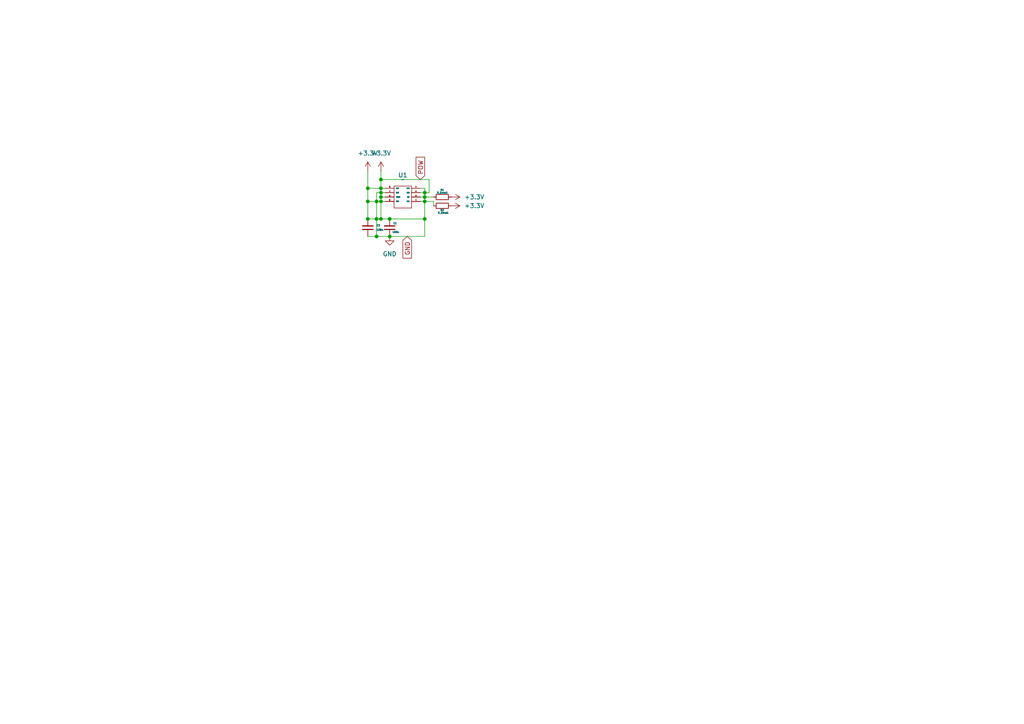
<source format=kicad_sch>
(kicad_sch (version 20231120) (generator "eeschema") (generator_version "8.0")
  (paper "A4")
  (lib_symbols
    (symbol "1st_Lib:BMP280"
      (property "Reference" "U" (at 0 0 0))
      (symbol "BMP280_0_1"
        (rectangle (start -2.54 3.175) (end 2.54 -3.18))
      )
      (symbol "BMP280_1_1"
        (pin power_in line (at 5.08 2.54 180) (length 2.54) (name "GND") (number "1"))
        (pin input line (at 5.08 1.27 180) (length 2.54) (name "CSB") (number "2"))
        (pin bidirectional line (at 5.08 0 180) (length 2.54) (name "SDI") (number "3"))
        (pin input line (at 5.08 -1.27 180) (length 2.54) (name "SCK") (number "4"))
        (pin bidirectional line (at -5.08 -1.27 0) (length 2.54) (name "SDO") (number "5"))
        (pin power_in line (at -5.08 0 0) (length 2.54) (name "VDDIO") (number "6"))
        (pin power_in line (at -5.08 1.27 0) (length 2.54) (name "GND") (number "7"))
        (pin power_in line (at -5.08 2.54 0) (length 2.54) (name "VDD") (number "8"))
      )
    )
    (symbol "Device:C_Small" (pin_numbers hide) (pin_names (offset 0.254) hide)
      (property "Reference" "C" (at 0.254 1.778 0))
      (property "Value" "C_Small" (at 0.254 -2.032 0))
      (symbol "C_Small_0_1"
        (polyline (pts (xy -1.524 -0.508) (xy 1.524 -0.508)) (stroke (width 0.3302)))
        (polyline (pts (xy -1.524 0.508) (xy 1.524 0.508)) (stroke (width 0.3048)))
      )
      (symbol "C_Small_1_1"
        (pin passive line (at 0 2.54 270) (length 2.032) (name "~") (number "1"))
        (pin passive line (at 0 -2.54 90) (length 2.032) (name "~") (number "2"))
      )
    )
    (symbol "Device:R_Small" (pin_numbers hide) (pin_names (offset 0.254) hide)
      (property "Reference" "R" (at 0.762 0.508 0))
      (property "Value" "R_Small" (at 0.762 -1.016 0))
      (symbol "R_Small_0_1"
        (rectangle (start -0.762 1.778) (end 0.762 -1.778) (stroke (width 0.2032)))
      )
      (symbol "R_Small_1_1"
        (pin passive line (at 0 2.54 270) (length 0.762) (name "~") (number "1"))
        (pin passive line (at 0 -2.54 90) (length 0.762) (name "~") (number "2"))
      )
    )
    (symbol "power:+3.3V" (power) (pin_numbers hide) (pin_names (offset 0) hide)
      (property "Value" "+3.3V" (at 0 3.556 0))
      (symbol "+3.3V_0_1"
        (polyline (pts (xy -0.762 1.27) (xy 0 2.54)))
        (polyline (pts (xy 0 0) (xy 0 2.54)))
        (polyline (pts (xy 0 2.54) (xy 0.762 1.27)))
      )
      (symbol "+3.3V_1_1"
        (pin power_in line (at 0 0 90) (length 0) (name "~") (number "1"))
      )
    )
    (symbol "power:GND" (power) (pin_numbers hide) (pin_names (offset 0) hide)
      (property "Value" "GND" (at 0 -3.81 0))
      (symbol "GND_0_1"
        (polyline (pts (xy 0 0) (xy 0 -1.27) (xy 1.27 -1.27) (xy 0 -2.54) (xy -1.27 -1.27) (xy 0 -1.27)))
      )
      (symbol "GND_1_1"
        (pin power_in line (at 0 0 270) (length 0) (name "~") (number "1"))
      )
    )
  )
  (junction (at 110.49 63.5))
  (junction (at 110.49 54.61))
  (junction (at 123.19 55.88))
  (junction (at 123.19 58.42))
  (junction (at 123.19 63.5))
  (junction (at 110.49 57.15))
  (junction (at 110.49 55.88))
  (junction (at 113.03 68.58))
  (junction (at 106.68 63.5))
  (junction (at 109.22 68.58))
  (junction (at 123.19 57.15))
  (junction (at 109.22 63.5))
  (junction (at 110.49 52.07))
  (junction (at 106.68 54.61))
  (junction (at 113.03 63.5))
  (junction (at 106.68 58.42))
  (junction (at 110.49 58.42))
  (junction (at 109.22 58.42))
  (wire (pts (xy 123.19 55.88) (xy 123.19 57.15)))
  (wire (pts (xy 110.49 55.88) (xy 110.49 54.61)))
  (wire (pts (xy 111.76 57.15) (xy 110.49 57.15)))
  (wire (pts (xy 123.19 55.88) (xy 124.46 55.88)))
  (wire (pts (xy 106.68 54.61) (xy 110.49 54.61)))
  (wire (pts (xy 123.19 58.42) (xy 123.19 63.5)))
  (wire (pts (xy 111.76 58.42) (xy 110.49 58.42)))
  (wire (pts (xy 110.49 55.88) (xy 109.22 55.88)))
  (wire (pts (xy 109.22 68.58) (xy 113.03 68.58)))
  (wire (pts (xy 106.68 68.58) (xy 109.22 68.58)))
  (wire (pts (xy 113.03 68.58) (xy 123.19 68.58)))
  (wire (pts (xy 124.46 55.88) (xy 124.46 52.07)))
  (wire (pts (xy 121.92 58.42) (xy 123.19 58.42)))
  (wire (pts (xy 109.22 55.88) (xy 109.22 58.42)))
  (wire (pts (xy 110.49 57.15) (xy 110.49 55.88)))
  (wire (pts (xy 110.49 52.07) (xy 124.46 52.07)))
  (wire (pts (xy 109.22 63.5) (xy 109.22 68.58)))
  (wire (pts (xy 109.22 58.42) (xy 110.49 58.42)))
  (wire (pts (xy 123.19 54.61) (xy 123.19 55.88)))
  (wire (pts (xy 110.49 49.53) (xy 110.49 52.07)))
  (wire (pts (xy 109.22 63.5) (xy 106.68 63.5)))
  (wire (pts (xy 110.49 58.42) (xy 110.49 57.15)))
  (wire (pts (xy 123.19 58.42) (xy 125.73 58.42)))
  (wire (pts (xy 106.68 58.42) (xy 106.68 54.61)))
  (wire (pts (xy 123.19 57.15) (xy 123.19 58.42)))
  (wire (pts (xy 110.49 52.07) (xy 110.49 54.61)))
  (wire (pts (xy 110.49 63.5) (xy 109.22 63.5)))
  (wire (pts (xy 123.19 68.58) (xy 123.19 63.5)))
  (wire (pts (xy 109.22 58.42) (xy 109.22 63.5)))
  (wire (pts (xy 125.73 58.42) (xy 125.73 59.69)))
  (wire (pts (xy 106.68 49.53) (xy 106.68 54.61)))
  (wire (pts (xy 123.19 57.15) (xy 121.92 57.15)))
  (wire (pts (xy 121.92 55.88) (xy 123.19 55.88)))
  (wire (pts (xy 111.76 55.88) (xy 110.49 55.88)))
  (wire (pts (xy 106.68 58.42) (xy 106.68 63.5)))
  (wire (pts (xy 109.22 58.42) (xy 106.68 58.42)))
  (wire (pts (xy 123.19 57.15) (xy 125.73 57.15)))
  (wire (pts (xy 110.49 58.42) (xy 110.49 63.5)))
  (wire (pts (xy 113.03 63.5) (xy 110.49 63.5)))
  (wire (pts (xy 113.03 63.5) (xy 123.19 63.5)))
  (wire (pts (xy 121.92 54.61) (xy 123.19 54.61)))
  (wire (pts (xy 110.49 54.61) (xy 111.76 54.61)))
  (global_label "GND" (shape input) (at 118.11 68.58 270) (property "Intersheetrefs" "${INTERSHEET_REFS}" (effects (hide yes))))
  (global_label "POW" (shape input) (at 121.92 52.07 90) (property "Intersheetrefs" "${INTERSHEET_REFS}" (effects (hide yes))))
  (symbol (lib_id "power:GND") (at 113.03 68.58 0) (unit 1)
    (property "Reference" "#PWR01" (effects (hide yes)))
    (property "Value" "GND" (at 113.03 73.66 0))
    (property "Description" "Power symbol creates a global label with name \"GND\" , ground" (effects (hide yes)))
  )
  (symbol (lib_id "power:+3.3V") (at 130.81 59.69 270) (unit 1)
    (property "Reference" "#PWR05" (effects (hide yes)))
    (property "Value" "+3.3V" (at 134.62 59.6899 90) (effects (justify left)))
    (property "Description" "Power symbol creates a global label with name \"+3.3V\"" (effects (hide yes)))
  )
  (symbol (lib_id "Device:R_Small") (at 128.27 59.69 90) (unit 1)
    (property "Reference" "R2" (at 128.27 60.96 90) (effects (font (size 0.508 0.508))))
    (property "Value" "R_Small" (at 128.524 61.722 90) (effects (font (size 0.508 0.508))))
    (property "Footprint" "Resistor_THT:R_Axial_DIN0207_L6.3mm_D2.5mm_P7.62mm_Horizontal" (effects (hide yes)))
    (property "Description" "Resistor, small symbol" (effects (hide yes)))
  )
  (symbol (lib_id "1st_Lib:BMP280") (at 116.84 57.15 0) (unit 1)
    (property "Reference" "U1" (at 116.84 50.8 0))
    (property "Value" "~" (at 116.84 52.07 0))
    (property "Footprint" "BMTFootprint:BMT_Module" (effects (hide yes)))
  )
  (symbol (lib_id "Device:C_Small") (at 106.68 66.04 180) (unit 1)
    (property "Reference" "C2" (at 109.22 65.3986 0) (effects (font (size 0.508 0.508)) (justify right)))
    (property "Value" "100n" (at 109.22 66.6686 0) (effects (font (size 0.508 0.508)) (justify right)))
    (property "Footprint" "Capacitor_THT:C_Disc_D4.7mm_W2.5mm_P5.00mm" (effects (hide yes)))
    (property "Description" "Unpolarized capacitor, small symbol" (effects (hide yes)))
  )
  (symbol (lib_id "power:+3.3V") (at 130.81 57.15 270) (unit 1)
    (property "Reference" "#PWR04" (effects (hide yes)))
    (property "Value" "+3.3V" (at 134.62 57.1499 90) (effects (justify left)))
    (property "Description" "Power symbol creates a global label with name \"+3.3V\"" (effects (hide yes)))
  )
  (symbol (lib_id "power:+3.3V") (at 106.68 49.53 0) (unit 1)
    (property "Reference" "#PWR02" (effects (hide yes)))
    (property "Value" "+3.3V" (at 106.68 44.45 0))
    (property "Description" "Power symbol creates a global label with name \"+3.3V\"" (effects (hide yes)))
  )
  (symbol (lib_id "power:+3.3V") (at 110.49 49.53 0) (unit 1)
    (property "Reference" "#PWR03" (effects (hide yes)))
    (property "Value" "+3.3V" (at 110.49 44.45 0))
    (property "Description" "Power symbol creates a global label with name \"+3.3V\"" (effects (hide yes)))
  )
  (symbol (lib_id "Device:R_Small") (at 128.27 57.15 90) (unit 1)
    (property "Reference" "R1" (at 128.27 55.118 90) (effects (font (size 0.508 0.508))))
    (property "Value" "R_Small" (at 128.27 55.88 90) (effects (font (size 0.508 0.508))))
    (property "Footprint" "Resistor_THT:R_Axial_DIN0207_L6.3mm_D2.5mm_P7.62mm_Horizontal" (effects (hide yes)))
    (property "Description" "Resistor, small symbol" (effects (hide yes)))
  )
  (symbol (lib_id "Device:C_Small") (at 113.03 66.04 180) (unit 1)
    (property "Reference" "C1" (at 114.046 64.77 0) (effects (font (size 0.508 0.508)) (justify right)))
    (property "Value" "100n" (at 113.792 67.31 0) (effects (font (size 0.508 0.508)) (justify right)))
    (property "Footprint" "Capacitor_THT:C_Disc_D4.7mm_W2.5mm_P5.00mm" (effects (hide yes)))
    (property "Description" "Unpolarized capacitor, small symbol" (effects (hide yes)))
  )
)
</source>
